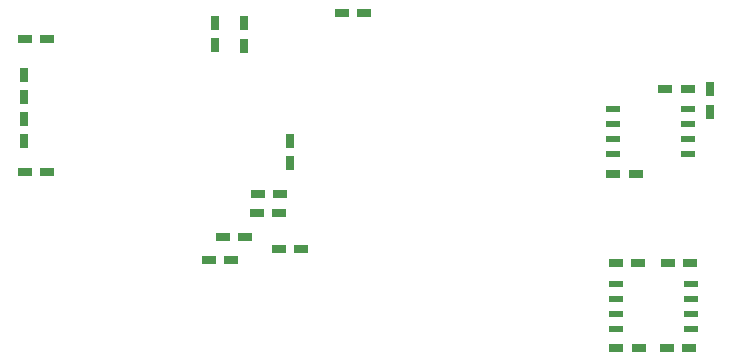
<source format=gtp>
G04 (created by PCBNEW (22-Jun-2014 BZR 4027)-stable) date Sun 04 Dec 2016 05:28:58 PM CST*
%MOIN*%
G04 Gerber Fmt 3.4, Leading zero omitted, Abs format*
%FSLAX34Y34*%
G01*
G70*
G90*
G04 APERTURE LIST*
%ADD10C,0.00590551*%
%ADD11R,0.0472441X0.0295276*%
%ADD12R,0.0295276X0.0472441*%
%ADD13R,0.045X0.02*%
G04 APERTURE END LIST*
G54D10*
G54D11*
X60235Y-42306D03*
X60984Y-42306D03*
X73845Y-38175D03*
X74594Y-38175D03*
G54D12*
X52470Y-39165D03*
X52470Y-39914D03*
X52480Y-38444D03*
X52480Y-37695D03*
G54D11*
X53244Y-36500D03*
X52495Y-36500D03*
X53234Y-40950D03*
X52485Y-40950D03*
X59369Y-43875D03*
X58620Y-43875D03*
X60960Y-43485D03*
X61709Y-43485D03*
G54D12*
X58850Y-36704D03*
X58850Y-35955D03*
G54D11*
X59849Y-43110D03*
X59100Y-43110D03*
X63055Y-35640D03*
X63804Y-35640D03*
G54D12*
X75330Y-38924D03*
X75330Y-38175D03*
G54D11*
X60255Y-41670D03*
X61004Y-41670D03*
G54D12*
X59790Y-35970D03*
X59790Y-36719D03*
X61320Y-40649D03*
X61320Y-39900D03*
G54D11*
X74644Y-46800D03*
X73895Y-46800D03*
X72854Y-40995D03*
X72105Y-40995D03*
X72953Y-46792D03*
X72204Y-46792D03*
X72200Y-43965D03*
X72949Y-43965D03*
G54D13*
X74687Y-44656D03*
X74687Y-45156D03*
X74687Y-45656D03*
X74687Y-46156D03*
X72187Y-46156D03*
X72187Y-45656D03*
X72187Y-45156D03*
X72187Y-44656D03*
G54D11*
X73925Y-43965D03*
X74674Y-43965D03*
G54D13*
X74598Y-38850D03*
X74598Y-39350D03*
X74598Y-39850D03*
X74598Y-40350D03*
X72098Y-40350D03*
X72098Y-39850D03*
X72098Y-39350D03*
X72098Y-38850D03*
M02*

</source>
